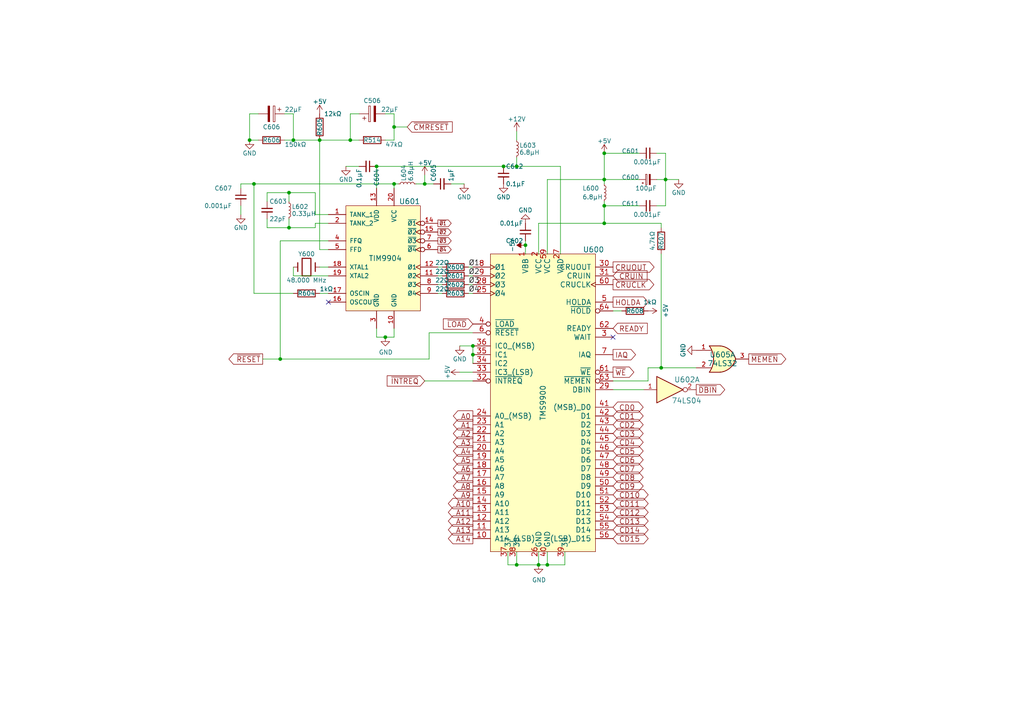
<source format=kicad_sch>
(kicad_sch (version 20211123) (generator eeschema)
  (paper "A4")
  (title_block (title "TI-99/4A") (date "2022-02-18") (rev "1.1") (company "Robert Krenicki - https://github.com/rkrenicki/TI99-Motherboard") (comment 1 "CPU and Clock Generator") (comment 3 "Based on the HackMac KiCAD Design"))
  (lib_symbols
    (symbol "74xx:74LS04"
      (property "Reference" "U" (at 0 1.27 0))
      (property "Value" "74LS04" (at 0 -1.27 0))
      (symbol "74LS04_1_0"
        (polyline (pts (xy -3.81 3.81) (xy -3.81 -3.81) (xy 3.81 0) (xy -3.81 3.81)) (stroke (width 0.254)) (fill (type background)))
        (pin input line (at -7.62 0 0) (length 3.81) (name "~") (number "1"))
        (pin output inverted (at 7.62 0 180) (length 3.81) (name "~") (number "2"))
      )
      (symbol "74LS04_2_0"
        (polyline (pts (xy -3.81 3.81) (xy -3.81 -3.81) (xy 3.81 0) (xy -3.81 3.81)) (stroke (width 0.254)) (fill (type background)))
        (pin input line (at -7.62 0 0) (length 3.81) (name "~") (number "3"))
        (pin output inverted (at 7.62 0 180) (length 3.81) (name "~") (number "4"))
      )
      (symbol "74LS04_3_0"
        (polyline (pts (xy -3.81 3.81) (xy -3.81 -3.81) (xy 3.81 0) (xy -3.81 3.81)) (stroke (width 0.254)) (fill (type background)))
        (pin input line (at -7.62 0 0) (length 3.81) (name "~") (number "5"))
        (pin output inverted (at 7.62 0 180) (length 3.81) (name "~") (number "6"))
      )
      (symbol "74LS04_4_0"
        (polyline (pts (xy -3.81 3.81) (xy -3.81 -3.81) (xy 3.81 0) (xy -3.81 3.81)) (stroke (width 0.254)) (fill (type background)))
        (pin output inverted (at 7.62 0 180) (length 3.81) (name "~") (number "8"))
        (pin input line (at -7.62 0 0) (length 3.81) (name "~") (number "9"))
      )
      (symbol "74LS04_5_0"
        (polyline (pts (xy -3.81 3.81) (xy -3.81 -3.81) (xy 3.81 0) (xy -3.81 3.81)) (stroke (width 0.254)) (fill (type background)))
        (pin output inverted (at 7.62 0 180) (length 3.81) (name "~") (number "10"))
        (pin input line (at -7.62 0 0) (length 3.81) (name "~") (number "11"))
      )
      (symbol "74LS04_6_0"
        (polyline (pts (xy -3.81 3.81) (xy -3.81 -3.81) (xy 3.81 0) (xy -3.81 3.81)) (stroke (width 0.254)) (fill (type background)))
        (pin output inverted (at 7.62 0 180) (length 3.81) (name "~") (number "12"))
        (pin input line (at -7.62 0 0) (length 3.81) (name "~") (number "13"))
      )
      (symbol "74LS04_7_0"
        (pin power_in line (at 0 12.7 270) (length 5.08) (name "VCC") (number "14"))
        (pin power_in line (at 0 -12.7 90) (length 5.08) (name "GND") (number "7"))
      )
      (symbol "74LS04_7_1"
        (rectangle (start -5.08 7.62) (end 5.08 -7.62) (stroke (width 0.254)) (fill (type background)))
      )
    )
    (symbol "74xx:74LS32" (pin_names (offset 1.016))
      (property "Reference" "U" (at 0 1.27 0))
      (property "Value" "74LS32" (at 0 -1.27 0))
      (symbol "74LS32_1_1"
        (arc (start -3.81 -3.81) (mid -2.589 0) (end -3.81 3.81) (stroke (width 0.254)))
        (arc (start -0.6096 -3.81) (mid 2.1855 -2.584) (end 3.81 0) (stroke (width 0.254)) (fill (type background)))
        (polyline (pts (xy -3.81 -3.81) (xy -0.635 -3.81)) (stroke (width 0.254)) (fill (type background)))
        (polyline (pts (xy -3.81 3.81) (xy -0.635 3.81)) (stroke (width 0.254)) (fill (type background)))
        (polyline (pts (xy -0.635 3.81) (xy -3.81 3.81) (xy -3.81 3.81) (xy -3.556 3.4036) (xy -3.0226 2.2606) (xy -2.6924 1.0414) (xy -2.6162 -0.254) (xy -2.7686 -1.4986) (xy -3.175 -2.7178) (xy -3.81 -3.81) (xy -3.81 -3.81) (xy -0.635 -3.81)) (stroke (width -25.4)) (fill (type background)))
        (arc (start 3.81 0) (mid 2.1928 2.5925) (end -0.6096 3.81) (stroke (width 0.254)) (fill (type background)))
        (pin input line (at -7.62 2.54 0) (length 4.318) (name "~") (number "1"))
        (pin input line (at -7.62 -2.54 0) (length 4.318) (name "~") (number "2"))
        (pin output line (at 7.62 0 180) (length 3.81) (name "~") (number "3"))
      )
      (symbol "74LS32_1_2"
        (arc (start 0 -3.81) (mid 3.81 0) (end 0 3.81) (stroke (width 0.254)) (fill (type background)))
        (polyline (pts (xy 0 3.81) (xy -3.81 3.81) (xy -3.81 -3.81) (xy 0 -3.81)) (stroke (width 0.254)) (fill (type background)))
        (pin input inverted (at -7.62 2.54 0) (length 3.81) (name "~") (number "1"))
        (pin input inverted (at -7.62 -2.54 0) (length 3.81) (name "~") (number "2"))
        (pin output inverted (at 7.62 0 180) (length 3.81) (name "~") (number "3"))
      )
      (symbol "74LS32_2_1"
        (arc (start -3.81 -3.81) (mid -2.589 0) (end -3.81 3.81) (stroke (width 0.254)))
        (arc (start -0.6096 -3.81) (mid 2.1855 -2.584) (end 3.81 0) (stroke (width 0.254)) (fill (type background)))
        (polyline (pts (xy -3.81 -3.81) (xy -0.635 -3.81)) (stroke (width 0.254)) (fill (type background)))
        (polyline (pts (xy -3.81 3.81) (xy -0.635 3.81)) (stroke (width 0.254)) (fill (type background)))
        (polyline (pts (xy -0.635 3.81) (xy -3.81 3.81) (xy -3.81 3.81) (xy -3.556 3.4036) (xy -3.0226 2.2606) (xy -2.6924 1.0414) (xy -2.6162 -0.254) (xy -2.7686 -1.4986) (xy -3.175 -2.7178) (xy -3.81 -3.81) (xy -3.81 -3.81) (xy -0.635 -3.81)) (stroke (width -25.4)) (fill (type background)))
        (arc (start 3.81 0) (mid 2.1928 2.5925) (end -0.6096 3.81) (stroke (width 0.254)) (fill (type background)))
        (pin input line (at -7.62 2.54 0) (length 4.318) (name "~") (number "4"))
        (pin input line (at -7.62 -2.54 0) (length 4.318) (name "~") (number "5"))
        (pin output line (at 7.62 0 180) (length 3.81) (name "~") (number "6"))
      )
      (symbol "74LS32_2_2"
        (arc (start 0 -3.81) (mid 3.81 0) (end 0 3.81) (stroke (width 0.254)) (fill (type background)))
        (polyline (pts (xy 0 3.81) (xy -3.81 3.81) (xy -3.81 -3.81) (xy 0 -3.81)) (stroke (width 0.254)) (fill (type background)))
        (pin input inverted (at -7.62 2.54 0) (length 3.81) (name "~") (number "4"))
        (pin input inverted (at -7.62 -2.54 0) (length 3.81) (name "~") (number "5"))
        (pin output inverted (at 7.62 0 180) (length 3.81) (name "~") (number "6"))
      )
      (symbol "74LS32_3_1"
        (arc (start -3.81 -3.81) (mid -2.589 0) (end -3.81 3.81) (stroke (width 0.254)))
        (arc (start -0.6096 -3.81) (mid 2.1855 -2.584) (end 3.81 0) (stroke (width 0.254)) (fill (type background)))
        (polyline (pts (xy -3.81 -3.81) (xy -0.635 -3.81)) (stroke (width 0.254)) (fill (type background)))
        (polyline (pts (xy -3.81 3.81) (xy -0.635 3.81)) (stroke (width 0.254)) (fill (type background)))
        (polyline (pts (xy -0.635 3.81) (xy -3.81 3.81) (xy -3.81 3.81) (xy -3.556 3.4036) (xy -3.0226 2.2606) (xy -2.6924 1.0414) (xy -2.6162 -0.254) (xy -2.7686 -1.4986) (xy -3.175 -2.7178) (xy -3.81 -3.81) (xy -3.81 -3.81) (xy -0.635 -3.81)) (stroke (width -25.4)) (fill (type background)))
        (arc (start 3.81 0) (mid 2.1928 2.5925) (end -0.6096 3.81) (stroke (width 0.254)) (fill (type background)))
        (pin input line (at -7.62 -2.54 0) (length 4.318) (name "~") (number "10"))
        (pin output line (at 7.62 0 180) (length 3.81) (name "~") (number "8"))
        (pin input line (at -7.62 2.54 0) (length 4.318) (name "~") (number "9"))
      )
      (symbol "74LS32_3_2"
        (arc (start 0 -3.81) (mid 3.81 0) (end 0 3.81) (stroke (width 0.254)) (fill (type background)))
        (polyline (pts (xy 0 3.81) (xy -3.81 3.81) (xy -3.81 -3.81) (xy 0 -3.81)) (stroke (width 0.254)) (fill (type background)))
        (pin input inverted (at -7.62 -2.54 0) (length 3.81) (name "~") (number "10"))
        (pin output inverted (at 7.62 0 180) (length 3.81) (name "~") (number "8"))
        (pin input inverted (at -7.62 2.54 0) (length 3.81) (name "~") (number "9"))
      )
      (symbol "74LS32_4_1"
        (arc (start -3.81 -3.81) (mid -2.589 0) (end -3.81 3.81) (stroke (width 0.254)))
        (arc (start -0.6096 -3.81) (mid 2.1855 -2.584) (end 3.81 0) (stroke (width 0.254)) (fill (type background)))
        (polyline (pts (xy -3.81 -3.81) (xy -0.635 -3.81)) (stroke (width 0.254)) (fill (type background)))
        (polyline (pts (xy -3.81 3.81) (xy -0.635 3.81)) (stroke (width 0.254)) (fill (type background)))
        (polyline (pts (xy -0.635 3.81) (xy -3.81 3.81) (xy -3.81 3.81) (xy -3.556 3.4036) (xy -3.0226 2.2606) (xy -2.6924 1.0414) (xy -2.6162 -0.254) (xy -2.7686 -1.4986) (xy -3.175 -2.7178) (xy -3.81 -3.81) (xy -3.81 -3.81) (xy -0.635 -3.81)) (stroke (width -25.4)) (fill (type background)))
        (arc (start 3.81 0) (mid 2.1928 2.5925) (end -0.6096 3.81) (stroke (width 0.254)) (fill (type background)))
        (pin output line (at 7.62 0 180) (length 3.81) (name "~") (number "11"))
        (pin input line (at -7.62 2.54 0) (length 4.318) (name "~") (number "12"))
        (pin input line (at -7.62 -2.54 0) (length 4.318) (name "~") (number "13"))
      )
      (symbol "74LS32_4_2"
        (arc (start 0 -3.81) (mid 3.81 0) (end 0 3.81) (stroke (width 0.254)) (fill (type background)))
        (polyline (pts (xy 0 3.81) (xy -3.81 3.81) (xy -3.81 -3.81) (xy 0 -3.81)) (stroke (width 0.254)) (fill (type background)))
        (pin output inverted (at 7.62 0 180) (length 3.81) (name "~") (number "11"))
        (pin input inverted (at -7.62 2.54 0) (length 3.81) (name "~") (number "12"))
        (pin input inverted (at -7.62 -2.54 0) (length 3.81) (name "~") (number "13"))
      )
      (symbol "74LS32_5_0"
        (pin power_in line (at 0 12.7 270) (length 5.08) (name "VCC") (number "14"))
        (pin power_in line (at 0 -12.7 90) (length 5.08) (name "GND") (number "7"))
      )
      (symbol "74LS32_5_1"
        (rectangle (start -5.08 7.62) (end 5.08 -7.62) (stroke (width 0.254)) (fill (type background)))
      )
    )
    (symbol "Console-rescue:+12V" (power) (pin_names (offset 0))
      (property "Value" "+12V" (at 0 3.556 0))
      (symbol "+12V_0_1"
        (polyline (pts (xy -0.762 1.27) (xy 0 2.54)))
        (polyline (pts (xy 0 0) (xy 0 2.54)))
        (polyline (pts (xy 0 2.54) (xy 0.762 1.27)))
      )
      (symbol "+12V_1_1"
        (pin power_in line (at 0 0 90) (length 0) hide (name "+12V") (number "1"))
      )
    )
    (symbol "Console-rescue:+5V" (power) (pin_names (offset 0))
      (property "Value" "+5V" (at 0 3.556 0))
      (symbol "+5V_0_1"
        (polyline (pts (xy -0.762 1.27) (xy 0 2.54)))
        (polyline (pts (xy 0 0) (xy 0 2.54)))
        (polyline (pts (xy 0 2.54) (xy 0.762 1.27)))
      )
      (symbol "+5V_1_1"
        (pin power_in line (at 0 0 90) (length 0) hide (name "+5V") (number "1"))
      )
    )
    (symbol "Console-rescue:-5V" (power) (pin_names (offset 0))
      (property "Value" "-5V" (at 0 3.81 0))
      (symbol "-5V_0_0"
        (pin power_in line (at 0 0 90) (length 0) hide (name "-5V") (number "1"))
      )
      (symbol "-5V_0_1"
        (polyline (pts (xy 0 0) (xy 0 1.27) (xy 0.762 1.27) (xy 0 2.54) (xy -0.762 1.27) (xy 0 1.27)) (fill (type outline)))
      )
    )
    (symbol "Console-rescue:Crystal" (pin_numbers hide) (pin_names (offset 1.016) hide)
      (property "Reference" "Y" (at 0 3.81 0))
      (property "Value" "Crystal" (at 0 -3.81 0))
      (symbol "Crystal_0_1"
        (rectangle (start -1.27 2.54) (end 1.27 -2.54) (stroke (width 0.3048)))
        (polyline (pts (xy -2.54 -1.27) (xy -2.54 1.27)) (stroke (width 0.3048)))
        (polyline (pts (xy 2.54 -1.27) (xy 2.54 1.27)) (stroke (width 0.3048)))
      )
      (symbol "Crystal_1_1"
        (pin passive line (at -3.81 0 0) (length 1.27) (name "1") (number "1"))
        (pin passive line (at 3.81 0 180) (length 1.27) (name "2") (number "2"))
      )
    )
    (symbol "Console-rescue:GND" (power) (pin_names (offset 0))
      (property "Value" "GND" (at 0 -3.81 0))
      (symbol "GND_0_1"
        (polyline (pts (xy 0 0) (xy 0 -1.27) (xy 1.27 -1.27) (xy 0 -2.54) (xy -1.27 -1.27) (xy 0 -1.27)))
      )
      (symbol "GND_1_1"
        (pin power_in line (at 0 0 270) (length 0) hide (name "GND") (number "1"))
      )
    )
    (symbol "Console-rescue:L_Small" (pin_numbers hide) (pin_names (offset 0.254) hide)
      (property "Reference" "L" (at 0.762 1.016 0))
      (property "Value" "L_Small" (at 0.762 -1.016 0))
      (symbol "L_Small_0_1"
        (arc (start 0 -2.032) (mid 0.508 -1.524) (end 0 -1.016))
        (arc (start 0 -1.016) (mid 0.508 -0.508) (end 0 0))
        (arc (start 0 0) (mid 0.508 0.508) (end 0 1.016))
        (arc (start 0 1.016) (mid 0.508 1.524) (end 0 2.032))
      )
      (symbol "L_Small_1_1"
        (pin passive line (at 0 2.54 270) (length 0.508) (name "~") (number "1"))
        (pin passive line (at 0 -2.54 90) (length 0.508) (name "~") (number "2"))
      )
    )
    (symbol "Console-rescue:R" (pin_numbers hide) (pin_names (offset 0))
      (property "Reference" "R" (at 2.032 0 90))
      (property "Value" "R" (at 0 0 90))
      (symbol "R_0_1"
        (rectangle (start -1.016 -2.54) (end 1.016 2.54) (stroke (width 0.254)))
      )
      (symbol "R_1_1"
        (pin passive line (at 0 3.81 270) (length 1.27) (name "~") (number "1"))
        (pin passive line (at 0 -3.81 90) (length 1.27) (name "~") (number "2"))
      )
    )
    (symbol "Device:CP" (pin_numbers hide) (pin_names (offset 0.254))
      (property "Reference" "C" (at 0.635 2.54 0))
      (property "Value" "Device_CP" (at 0.635 -2.54 0))
      (symbol "CP_0_1"
        (rectangle (start -2.286 0.508) (end 2.286 1.016))
        (polyline (pts (xy -1.778 2.286) (xy -0.762 2.286)))
        (polyline (pts (xy -1.27 2.794) (xy -1.27 1.778)))
        (rectangle (start 2.286 -0.508) (end -2.286 -1.016) (fill (type outline)))
      )
      (symbol "CP_1_1"
        (pin passive line (at 0 3.81 270) (length 2.794) (name "~") (number "1"))
        (pin passive line (at 0 -3.81 90) (length 2.794) (name "~") (number "2"))
      )
    )
    (symbol "Device:CP_Small" (pin_numbers hide) (pin_names (offset 0.254) hide)
      (property "Reference" "C" (at 0.254 1.778 0))
      (property "Value" "Device_CP_Small" (at 0.254 -2.032 0))
      (symbol "CP_Small_0_1"
        (rectangle (start -1.524 -0.3048) (end 1.524 -0.6858) (fill (type outline)))
        (rectangle (start -1.524 0.6858) (end 1.524 0.3048))
        (polyline (pts (xy -1.27 1.524) (xy -0.762 1.524)))
        (polyline (pts (xy -1.016 1.27) (xy -1.016 1.778)))
      )
      (symbol "CP_Small_1_1"
        (pin passive line (at 0 2.54 270) (length 1.8542) (name "~") (number "1"))
        (pin passive line (at 0 -2.54 90) (length 1.8542) (name "~") (number "2"))
      )
    )
    (symbol "TI-Customs:C_Small" (pin_numbers hide) (pin_names (offset 0.254) hide)
      (property "Reference" "C" (at 0.254 1.778 0))
      (property "Value" "C_Small" (at 0.254 -2.032 0))
      (symbol "C_Small_0_1"
        (polyline (pts (xy -1.524 -0.508) (xy 1.524 -0.508)) (stroke (width 0.3302)))
        (polyline (pts (xy -1.524 0.508) (xy 1.524 0.508)) (stroke (width 0.3048)))
      )
      (symbol "C_Small_1_1"
        (pin passive line (at 0 2.54 270) (length 1.905) (name "~") (number "1"))
        (pin passive line (at 0 -2.54 90) (length 2.032) (name "~") (number "2"))
      )
    )
    (symbol "TI-Customs:TIM9904" (pin_names (offset 1.016))
      (property "Reference" "U" (at 10.16 16.51 0))
      (property "Value" "TIM9904" (at 0 0 0))
      (symbol "TIM9904_0_1"
        (rectangle (start -11.43 15.24) (end 10.16 -15.24) (fill (type background)))
      )
      (symbol "TIM9904_1_1"
        (pin input line (at -16.51 12.7 0) (length 5.08) (name "TANK_1") (number "1"))
        (pin power_in line (at 2.54 -20.32 90) (length 5.08) (name "GND") (number "10"))
        (pin output clock (at 15.24 -5.08 180) (length 5.08) (name "Ø2") (number "11"))
        (pin output clock (at 15.24 -2.54 180) (length 5.08) (name "Ø1") (number "12"))
        (pin power_in line (at -2.54 20.32 270) (length 5.08) (name "VDD") (number "13"))
        (pin output inverted_clock (at 15.24 10.16 180) (length 5.08) (name "~{Ø1}") (number "14"))
        (pin output inverted_clock (at 15.24 7.62 180) (length 5.08) (name "~{Ø2}") (number "15"))
        (pin output line (at -16.51 -12.7 0) (length 5.08) (name "OSCOUT") (number "16"))
        (pin output line (at -16.51 -10.16 0) (length 5.08) (name "OSCIN") (number "17"))
        (pin input line (at -16.51 -2.54 0) (length 5.08) (name "XTAL1") (number "18"))
        (pin input line (at -16.51 -5.08 0) (length 5.08) (name "XTAL2") (number "19"))
        (pin input line (at -16.51 10.16 0) (length 5.08) (name "TANK_2") (number "2"))
        (pin power_in line (at 2.54 20.32 270) (length 5.08) (name "VCC") (number "20"))
        (pin power_in line (at -2.54 -20.32 90) (length 5.08) (name "GND") (number "3"))
        (pin output line (at -16.51 5.08 0) (length 5.08) (name "FFQ") (number "4"))
        (pin input line (at -16.51 2.54 0) (length 5.08) (name "FFD") (number "5"))
        (pin output inverted_clock (at 15.24 2.54 180) (length 5.08) (name "~{Ø4}") (number "6"))
        (pin output inverted_clock (at 15.24 5.08 180) (length 5.08) (name "~{Ø3}") (number "7"))
        (pin output clock (at 15.24 -7.62 180) (length 5.08) (name "Ø3") (number "8"))
        (pin output clock (at 15.24 -10.16 180) (length 5.08) (name "Ø4") (number "9"))
      )
    )
    (symbol "TI-Customs:TMS9900" (pin_names (offset 1.2192))
      (property "Reference" "U" (at 15.24 44.45 0))
      (property "Value" "TMS9900" (at 0 0 90))
      (symbol "TMS9900_1_0"
        (rectangle (start -15.24 43.18) (end 15.24 -43.18) (fill (type background)))
      )
      (symbol "TMS9900_1_1"
        (pin power_in line (at -5.08 43.18 270) (length 0) (name "VBB") (number "1"))
        (pin tri_state line (at -20.32 -39.37 0) (length 5.08) (name "A14_(LSB)") (number "10"))
        (pin tri_state line (at -20.32 -36.83 0) (length 5.08) (name "A13") (number "11"))
        (pin tri_state line (at -20.32 -34.29 0) (length 5.08) (name "A12") (number "12"))
        (pin tri_state line (at -20.32 -31.75 0) (length 5.08) (name "A11") (number "13"))
        (pin tri_state line (at -20.32 -29.21 0) (length 5.08) (name "A10") (number "14"))
        (pin tri_state line (at -20.32 -26.67 0) (length 5.08) (name "A9") (number "15"))
        (pin tri_state line (at -20.32 -24.13 0) (length 5.08) (name "A8") (number "16"))
        (pin tri_state line (at -20.32 -21.59 0) (length 5.08) (name "A7") (number "17"))
        (pin tri_state line (at -20.32 -19.05 0) (length 5.08) (name "A6") (number "18"))
        (pin tri_state line (at -20.32 -16.51 0) (length 5.08) (name "A5") (number "19"))
        (pin power_in line (at -1.27 43.18 270) (length 0) (name "VCC") (number "2"))
        (pin tri_state line (at -20.32 -13.97 0) (length 5.08) (name "A4") (number "20"))
        (pin tri_state line (at -20.32 -11.43 0) (length 5.08) (name "A3") (number "21"))
        (pin tri_state line (at -20.32 -8.89 0) (length 5.08) (name "A2") (number "22"))
        (pin tri_state line (at -20.32 -6.35 0) (length 5.08) (name "A1") (number "23"))
        (pin tri_state line (at -20.32 -3.81 0) (length 5.08) (name "A0_(MSB)") (number "24"))
        (pin input clock (at -20.32 31.75 0) (length 5.08) (name "Ø4") (number "25"))
        (pin power_in line (at -1.27 -43.18 90) (length 0) (name "GND") (number "26"))
        (pin power_in line (at 5.08 43.18 270) (length 0) (name "VDD") (number "27"))
        (pin input clock (at -20.32 34.29 0) (length 5.08) (name "Ø3") (number "28"))
        (pin output line (at 20.32 3.81 180) (length 5.08) (name "DBIN") (number "29"))
        (pin output line (at 20.32 19.05 180) (length 5.08) (name "WAIT") (number "3"))
        (pin output line (at 20.32 39.37 180) (length 5.08) (name "CRUOUT") (number "30"))
        (pin input line (at 20.32 36.83 180) (length 5.08) (name "CRUIN") (number "31"))
        (pin input inverted (at -20.32 6.35 0) (length 5.08) (name "~{INTREQ}") (number "32"))
        (pin input line (at -20.32 8.89 0) (length 5.08) (name "IC3_(LSB)") (number "33"))
        (pin input line (at -20.32 11.43 0) (length 5.08) (name "IC2") (number "34"))
        (pin input line (at -20.32 13.97 0) (length 5.08) (name "IC1") (number "35"))
        (pin input line (at -20.32 16.51 0) (length 5.08) (name "IC0_(MSB)") (number "36"))
        (pin input line (at -10.16 -43.18 90) (length 0) (name "37") (number "37"))
        (pin input line (at -7.62 -43.18 90) (length 0) (name "38") (number "38"))
        (pin input line (at 6.35 -43.18 90) (length 0) (name "39") (number "39"))
        (pin input inverted (at -20.32 22.86 0) (length 5.08) (name "~{LOAD}") (number "4"))
        (pin power_in line (at 1.27 -43.18 90) (length 0) (name "GND") (number "40"))
        (pin tri_state line (at 20.32 -1.27 180) (length 5.08) (name "(MSB)_D0") (number "41"))
        (pin tri_state line (at 20.32 -3.81 180) (length 5.08) (name "D1") (number "42"))
        (pin tri_state line (at 20.32 -6.35 180) (length 5.08) (name "D2") (number "43"))
        (pin tri_state line (at 20.32 -8.89 180) (length 5.08) (name "D3") (number "44"))
        (pin tri_state line (at 20.32 -11.43 180) (length 5.08) (name "D4") (number "45"))
        (pin tri_state line (at 20.32 -13.97 180) (length 5.08) (name "D5") (number "46"))
        (pin tri_state line (at 20.32 -16.51 180) (length 5.08) (name "D6") (number "47"))
        (pin tri_state line (at 20.32 -19.05 180) (length 5.08) (name "D7") (number "48"))
        (pin tri_state line (at 20.32 -21.59 180) (length 5.08) (name "D8") (number "49"))
        (pin output line (at 20.32 29.21 180) (length 5.08) (name "HOLDA") (number "5"))
        (pin tri_state line (at 20.32 -24.13 180) (length 5.08) (name "D9") (number "50"))
        (pin tri_state line (at 20.32 -26.67 180) (length 5.08) (name "D10") (number "51"))
        (pin tri_state line (at 20.32 -29.21 180) (length 5.08) (name "D11") (number "52"))
        (pin tri_state line (at 20.32 -31.75 180) (length 5.08) (name "D12") (number "53"))
        (pin tri_state line (at 20.32 -34.29 180) (length 5.08) (name "D13") (number "54"))
        (pin tri_state line (at 20.32 -36.83 180) (length 5.08) (name "D14") (number "55"))
        (pin tri_state line (at 20.32 -39.37 180) (length 5.08) (name "(LSB)_D15") (number "56"))
        (pin power_in line (at 1.27 43.18 270) (length 0) (name "VCC") (number "59"))
        (pin input inverted (at -20.32 20.32 0) (length 5.08) (name "~{RESET}") (number "6"))
        (pin output clock (at 20.32 34.29 180) (length 5.08) (name "CRUCLK") (number "60"))
        (pin output inverted (at 20.32 8.89 180) (length 5.08) (name "~{WE}") (number "61"))
        (pin input line (at 20.32 21.59 180) (length 5.08) (name "READY") (number "62"))
        (pin output inverted (at 20.32 6.35 180) (length 5.08) (name "~{MEMEN}") (number "63"))
        (pin input inverted (at 20.32 26.67 180) (length 5.08) (name "~{HOLD}") (number "64"))
        (pin output line (at 20.32 13.97 180) (length 5.08) (name "IAQ") (number "7"))
        (pin input clock (at -20.32 39.37 0) (length 5.08) (name "Ø1") (number "8"))
        (pin input clock (at -20.32 36.83 0) (length 5.08) (name "Ø2") (number "9"))
      )
    )
  )
  (junction (at 123.19 53.34))
  (junction (at 156.21 163.83))
  (junction (at 73.66 53.34))
  (junction (at 152.4 71.12))
  (junction (at 149.86 48.26))
  (junction (at 175.26 44.45))
  (junction (at 146.05 48.26))
  (junction (at 72.39 40.64))
  (junction (at 193.04 52.07))
  (junction (at 109.22 48.26))
  (junction (at 158.75 163.83))
  (junction (at 137.16 102.87))
  (junction (at 175.26 64.77))
  (junction (at 101.6 40.64))
  (junction (at 92.71 40.64))
  (junction (at 111.76 97.79))
  (junction (at 81.28 104.14))
  (junction (at 175.26 59.69))
  (junction (at 137.16 100.33))
  (junction (at 83.82 66.04))
  (junction (at 114.3 36.83))
  (junction (at 114.3 53.34))
  (junction (at 149.86 163.83))
  (junction (at 85.09 40.64))
  (junction (at 83.82 55.88))
  (junction (at 191.77 106.68))
  (junction (at 175.26 52.07))
  (no_connect (at 177.8 97.79))
  (no_connect (at 95.25 87.63))
  (wire (pts (xy 76.2 104.14) (xy 81.28 104.14)))
  (wire (pts (xy 149.86 48.26) (xy 162.56 48.26)))
  (wire (pts (xy 193.04 59.69) (xy 190.5 59.69)))
  (wire (pts (xy 152.4 69.85) (xy 152.4 71.12)))
  (wire (pts (xy 149.86 40.64) (xy 149.86 38.1)))
  (wire (pts (xy 137.16 102.87) (xy 137.16 105.41)))
  (wire (pts (xy 185.42 44.45) (xy 175.26 44.45)))
  (wire (pts (xy 149.86 163.83) (xy 156.21 163.83)))
  (wire (pts (xy 135.89 80.01) (xy 137.16 80.01)))
  (wire (pts (xy 83.82 55.88) (xy 91.44 55.88)))
  (wire (pts (xy 135.89 77.47) (xy 137.16 77.47)))
  (wire (pts (xy 156.21 160.02) (xy 156.21 163.83)))
  (wire (pts (xy 109.22 48.26) (xy 146.05 48.26)))
  (wire (pts (xy 124.46 96.52) (xy 124.46 104.14)))
  (wire (pts (xy 118.11 36.83) (xy 114.3 36.83)))
  (wire (pts (xy 114.3 53.34) (xy 115.57 53.34)))
  (wire (pts (xy 69.85 53.34) (xy 69.85 54.61)))
  (wire (pts (xy 91.44 64.77) (xy 91.44 66.04)))
  (wire (pts (xy 135.89 85.09) (xy 137.16 85.09)))
  (wire (pts (xy 175.26 52.07) (xy 175.26 53.34)))
  (wire (pts (xy 73.66 85.09) (xy 85.09 85.09)))
  (wire (pts (xy 114.3 97.79) (xy 114.3 95.25)))
  (wire (pts (xy 191.77 106.68) (xy 201.93 106.68)))
  (wire (pts (xy 193.04 44.45) (xy 193.04 52.07)))
  (wire (pts (xy 177.8 113.03) (xy 186.69 113.03)))
  (wire (pts (xy 92.71 77.47) (xy 95.25 77.47)))
  (wire (pts (xy 114.3 40.64) (xy 111.76 40.64)))
  (wire (pts (xy 156.21 163.83) (xy 158.75 163.83)))
  (wire (pts (xy 175.26 44.45) (xy 175.26 52.07)))
  (wire (pts (xy 193.04 52.07) (xy 190.5 52.07)))
  (wire (pts (xy 114.3 54.61) (xy 114.3 53.34)))
  (wire (pts (xy 83.82 66.04) (xy 91.44 66.04)))
  (wire (pts (xy 81.28 69.85) (xy 95.25 69.85)))
  (wire (pts (xy 92.71 40.64) (xy 101.6 40.64)))
  (wire (pts (xy 83.82 55.88) (xy 83.82 58.42)))
  (wire (pts (xy 177.8 90.17) (xy 180.34 90.17)))
  (wire (pts (xy 101.6 40.64) (xy 104.14 40.64)))
  (wire (pts (xy 130.81 53.34) (xy 134.62 53.34)))
  (wire (pts (xy 82.55 40.64) (xy 85.09 40.64)))
  (wire (pts (xy 123.19 53.34) (xy 125.73 53.34)))
  (wire (pts (xy 69.85 53.34) (xy 73.66 53.34)))
  (wire (pts (xy 152.4 71.12) (xy 152.4 73.66)))
  (wire (pts (xy 135.89 82.55) (xy 137.16 82.55)))
  (wire (pts (xy 85.09 33.02) (xy 85.09 40.64)))
  (wire (pts (xy 73.66 53.34) (xy 114.3 53.34)))
  (wire (pts (xy 175.26 59.69) (xy 175.26 64.77)))
  (wire (pts (xy 77.47 55.88) (xy 83.82 55.88)))
  (wire (pts (xy 85.09 40.64) (xy 92.71 40.64)))
  (wire (pts (xy 187.96 106.68) (xy 191.77 106.68)))
  (wire (pts (xy 123.19 53.34) (xy 123.19 50.8)))
  (wire (pts (xy 193.04 52.07) (xy 196.85 52.07)))
  (wire (pts (xy 175.26 64.77) (xy 191.77 64.77)))
  (wire (pts (xy 146.05 48.26) (xy 149.86 48.26)))
  (wire (pts (xy 91.44 55.88) (xy 91.44 62.23)))
  (wire (pts (xy 104.14 33.02) (xy 101.6 33.02)))
  (wire (pts (xy 72.39 33.02) (xy 72.39 40.64)))
  (wire (pts (xy 163.83 163.83) (xy 163.83 160.02)))
  (wire (pts (xy 127 85.09) (xy 128.27 85.09)))
  (wire (pts (xy 124.46 96.52) (xy 137.16 96.52)))
  (wire (pts (xy 120.65 53.34) (xy 123.19 53.34)))
  (wire (pts (xy 193.04 52.07) (xy 193.04 59.69)))
  (wire (pts (xy 111.76 97.79) (xy 114.3 97.79)))
  (wire (pts (xy 158.75 160.02) (xy 158.75 163.83)))
  (wire (pts (xy 92.71 40.64) (xy 92.71 72.39)))
  (wire (pts (xy 114.3 36.83) (xy 114.3 40.64)))
  (wire (pts (xy 85.09 77.47) (xy 85.09 80.01)))
  (wire (pts (xy 190.5 44.45) (xy 193.04 44.45)))
  (wire (pts (xy 77.47 63.5) (xy 77.47 66.04)))
  (wire (pts (xy 137.16 110.49) (xy 123.19 110.49)))
  (wire (pts (xy 82.55 33.02) (xy 85.09 33.02)))
  (wire (pts (xy 104.14 48.26) (xy 100.33 48.26)))
  (wire (pts (xy 83.82 63.5) (xy 83.82 66.04)))
  (wire (pts (xy 85.09 80.01) (xy 95.25 80.01)))
  (wire (pts (xy 127 80.01) (xy 128.27 80.01)))
  (wire (pts (xy 191.77 73.66) (xy 191.77 106.68)))
  (wire (pts (xy 91.44 62.23) (xy 95.25 62.23)))
  (wire (pts (xy 77.47 66.04) (xy 83.82 66.04)))
  (wire (pts (xy 149.86 48.26) (xy 149.86 45.72)))
  (wire (pts (xy 111.76 97.79) (xy 109.22 97.79)))
  (wire (pts (xy 162.56 73.66) (xy 162.56 48.26)))
  (wire (pts (xy 147.32 163.83) (xy 149.86 163.83)))
  (wire (pts (xy 69.85 59.69) (xy 69.85 62.23)))
  (wire (pts (xy 109.22 48.26) (xy 109.22 54.61)))
  (wire (pts (xy 156.21 73.66) (xy 156.21 64.77)))
  (wire (pts (xy 185.42 52.07) (xy 175.26 52.07)))
  (wire (pts (xy 158.75 52.07) (xy 175.26 52.07)))
  (wire (pts (xy 175.26 59.69) (xy 185.42 59.69)))
  (wire (pts (xy 74.93 33.02) (xy 72.39 33.02)))
  (wire (pts (xy 81.28 69.85) (xy 81.28 104.14)))
  (wire (pts (xy 158.75 163.83) (xy 163.83 163.83)))
  (wire (pts (xy 147.32 160.02) (xy 147.32 163.83)))
  (wire (pts (xy 187.96 110.49) (xy 187.96 106.68)))
  (wire (pts (xy 109.22 97.79) (xy 109.22 95.25)))
  (wire (pts (xy 72.39 40.64) (xy 74.93 40.64)))
  (wire (pts (xy 73.66 53.34) (xy 73.66 85.09)))
  (wire (pts (xy 175.26 58.42) (xy 175.26 59.69)))
  (wire (pts (xy 156.21 64.77) (xy 175.26 64.77)))
  (wire (pts (xy 149.86 160.02) (xy 149.86 163.83)))
  (wire (pts (xy 158.75 52.07) (xy 158.75 73.66)))
  (wire (pts (xy 177.8 110.49) (xy 187.96 110.49)))
  (wire (pts (xy 114.3 33.02) (xy 114.3 36.83)))
  (wire (pts (xy 77.47 55.88) (xy 77.47 58.42)))
  (wire (pts (xy 92.71 72.39) (xy 95.25 72.39)))
  (wire (pts (xy 127 77.47) (xy 128.27 77.47)))
  (wire (pts (xy 133.35 100.33) (xy 137.16 100.33)))
  (wire (pts (xy 101.6 33.02) (xy 101.6 40.64)))
  (wire (pts (xy 191.77 64.77) (xy 191.77 66.04)))
  (wire (pts (xy 111.76 33.02) (xy 114.3 33.02)))
  (wire (pts (xy 133.35 107.95) (xy 137.16 107.95)))
  (wire (pts (xy 92.71 85.09) (xy 95.25 85.09)))
  (wire (pts (xy 124.46 104.14) (xy 81.28 104.14)))
  (wire (pts (xy 95.25 64.77) (xy 91.44 64.77)))
  (wire (pts (xy 127 82.55) (xy 128.27 82.55)))
  (wire (pts (xy 137.16 100.33) (xy 137.16 102.87)))
  (label "Ø2" (at 135.89 80.01 0) (effects (font (size 1.524 1.524))))
  (label "Ø3" (at 135.89 82.55 0) (effects (font (size 1.524 1.524))))
  (label "Ø4" (at 135.89 85.09 0) (effects (font (size 1.524 1.524))))
  (label "Ø1" (at 135.89 77.47 0) (effects (font (size 1.524 1.524))))
  (global_label "CD6" (shape bidirectional) (at 177.8 133.35 0) (effects (font (size 1.524 1.524))) (property "Intersheet References" "${INTERSHEET_REFS}" (effects hide)))
  (global_label "CD3" (shape bidirectional) (at 177.8 125.73 0) (effects (font (size 1.524 1.524))) (property "Intersheet References" "${INTERSHEET_REFS}" (effects hide)))
  (global_label "IAQ" (shape output) (at 177.8 102.87 0) (effects (font (size 1.524 1.524))) (property "Intersheet References" "${INTERSHEET_REFS}" (effects hide)))
  (global_label "CD4" (shape bidirectional) (at 177.8 128.27 0) (effects (font (size 1.524 1.524))) (property "Intersheet References" "${INTERSHEET_REFS}" (effects hide)))
  (global_label "~{RESET}" (shape output) (at 76.2 104.14 180) (effects (font (size 1.524 1.524))) (property "Intersheet References" "${INTERSHEET_REFS}" (effects hide)))
  (global_label "A11" (shape output) (at 137.16 148.59 180) (effects (font (size 1.524 1.524))) (property "Intersheet References" "${INTERSHEET_REFS}" (effects hide)))
  (global_label "A1" (shape output) (at 137.16 123.19 180) (effects (font (size 1.524 1.524))) (property "Intersheet References" "${INTERSHEET_REFS}" (effects hide)))
  (global_label "A13" (shape output) (at 137.16 153.67 180) (effects (font (size 1.524 1.524))) (property "Intersheet References" "${INTERSHEET_REFS}" (effects hide)))
  (global_label "CD0" (shape bidirectional) (at 177.8 118.11 0) (effects (font (size 1.524 1.524))) (property "Intersheet References" "${INTERSHEET_REFS}" (effects hide)))
  (global_label "A7" (shape output) (at 137.16 138.43 180) (effects (font (size 1.524 1.524))) (property "Intersheet References" "${INTERSHEET_REFS}" (effects hide)))
  (global_label "CD2" (shape bidirectional) (at 177.8 123.19 0) (effects (font (size 1.524 1.524))) (property "Intersheet References" "${INTERSHEET_REFS}" (effects hide)))
  (global_label "A8" (shape output) (at 137.16 140.97 180) (effects (font (size 1.524 1.524))) (property "Intersheet References" "${INTERSHEET_REFS}" (effects hide)))
  (global_label "~{Ø2}" (shape output) (at 127 67.31 0) (effects (font (size 0.9906 0.9906))) (property "Intersheet References" "${INTERSHEET_REFS}" (effects hide)))
  (global_label "A2" (shape output) (at 137.16 125.73 180) (effects (font (size 1.524 1.524))) (property "Intersheet References" "${INTERSHEET_REFS}" (effects hide)))
  (global_label "A4" (shape output) (at 137.16 130.81 180) (effects (font (size 1.524 1.524))) (property "Intersheet References" "${INTERSHEET_REFS}" (effects hide)))
  (global_label "A9" (shape output) (at 137.16 143.51 180) (effects (font (size 1.524 1.524))) (property "Intersheet References" "${INTERSHEET_REFS}" (effects hide)))
  (global_label "A5" (shape output) (at 137.16 133.35 180) (effects (font (size 1.524 1.524))) (property "Intersheet References" "${INTERSHEET_REFS}" (effects hide)))
  (global_label "CRUOUT" (shape output) (at 177.8 77.47 0) (effects (font (size 1.524 1.524))) (property "Intersheet References" "${INTERSHEET_REFS}" (effects hide)))
  (global_label "CD5" (shape bidirectional) (at 177.8 130.81 0) (effects (font (size 1.524 1.524))) (property "Intersheet References" "${INTERSHEET_REFS}" (effects hide)))
  (global_label "A12" (shape output) (at 137.16 151.13 180) (effects (font (size 1.524 1.524))) (property "Intersheet References" "${INTERSHEET_REFS}" (effects hide)))
  (global_label "CD8" (shape bidirectional) (at 177.8 138.43 0) (effects (font (size 1.524 1.524))) (property "Intersheet References" "${INTERSHEET_REFS}" (effects hide)))
  (global_label "~{INTREQ}" (shape input) (at 123.19 110.49 180) (effects (font (size 1.524 1.524))) (property "Intersheet References" "${INTERSHEET_REFS}" (effects hide)))
  (global_label "~{Ø3}" (shape output) (at 127 69.85 0) (effects (font (size 0.9906 0.9906))) (property "Intersheet References" "${INTERSHEET_REFS}" (effects hide)))
  (global_label "~{Ø1}" (shape output) (at 127 64.77 0) (effects (font (size 0.9906 0.9906))) (property "Intersheet References" "${INTERSHEET_REFS}" (effects hide)))
  (global_label "A3" (shape output) (at 137.16 128.27 180) (effects (font (size 1.524 1.524))) (property "Intersheet References" "${INTERSHEET_REFS}" (effects hide)))
  (global_label "CD10" (shape bidirectional) (at 177.8 143.51 0) (effects (font (size 1.524 1.524))) (property "Intersheet References" "${INTERSHEET_REFS}" (effects hide)))
  (global_label "A0" (shape output) (at 137.16 120.65 180) (effects (font (size 1.524 1.524))) (property "Intersheet References" "${INTERSHEET_REFS}" (effects hide)))
  (global_label "~{Ø4}" (shape output) (at 127 72.39 0) (effects (font (size 0.9906 0.9906))) (property "Intersheet References" "${INTERSHEET_REFS}" (effects hide)))
  (global_label "CD14" (shape bidirectional) (at 177.8 153.67 0) (effects (font (size 1.524 1.524))) (property "Intersheet References" "${INTERSHEET_REFS}" (effects hide)))
  (global_label "CRUCLK" (shape output) (at 177.8 82.55 0) (effects (font (size 1.524 1.524))) (property "Intersheet References" "${INTERSHEET_REFS}" (effects hide)))
  (global_label "CD9" (shape bidirectional) (at 177.8 140.97 0) (effects (font (size 1.524 1.524))) (property "Intersheet References" "${INTERSHEET_REFS}" (effects hide)))
  (global_label "CD11" (shape bidirectional) (at 177.8 146.05 0) (effects (font (size 1.524 1.524))) (property "Intersheet References" "${INTERSHEET_REFS}" (effects hide)))
  (global_label "HOLDA" (shape output) (at 177.8 87.63 0) (effects (font (size 1.524 1.524))) (property "Intersheet References" "${INTERSHEET_REFS}" (effects hide)))
  (global_label "CD12" (shape bidirectional) (at 177.8 148.59 0) (effects (font (size 1.524 1.524))) (property "Intersheet References" "${INTERSHEET_REFS}" (effects hide)))
  (global_label "CD15" (shape bidirectional) (at 177.8 156.21 0) (effects (font (size 1.524 1.524))) (property "Intersheet References" "${INTERSHEET_REFS}" (effects hide)))
  (global_label "A6" (shape output) (at 137.16 135.89 180) (effects (font (size 1.524 1.524))) (property "Intersheet References" "${INTERSHEET_REFS}" (effects hide)))
  (global_label "~{MEMEN}" (shape output) (at 217.17 104.14 0) (effects (font (size 1.524 1.524))) (property "Intersheet References" "${INTERSHEET_REFS}" (effects hide)))
  (global_label "~{DBIN}" (shape output) (at 201.93 113.03 0) (effects (font (size 1.524 1.524))) (property "Intersheet References" "${INTERSHEET_REFS}" (effects hide)))
  (global_label "A14" (shape output) (at 137.16 156.21 180) (effects (font (size 1.524 1.524))) (property "Intersheet References" "${INTERSHEET_REFS}" (effects hide)))
  (global_label "CRUIN" (shape input) (at 177.8 80.01 0) (effects (font (size 1.524 1.524))) (property "Intersheet References" "${INTERSHEET_REFS}" (effects hide)))
  (global_label "READY" (shape input) (at 177.8 95.25 0) (effects (font (size 1.524 1.524))) (property "Intersheet References" "${INTERSHEET_REFS}" (effects hide)))
  (global_label "CD1" (shape bidirectional) (at 177.8 120.65 0) (effects (font (size 1.524 1.524))) (property "Intersheet References" "${INTERSHEET_REFS}" (effects hide)))
  (global_label "CD7" (shape bidirectional) (at 177.8 135.89 0) (effects (font (size 1.524 1.524))) (property "Intersheet References" "${INTERSHEET_REFS}" (effects hide)))
  (global_label "~{WE}" (shape output) (at 177.8 107.95 0) (effects (font (size 1.524 1.524))) (property "Intersheet References" "${INTERSHEET_REFS}" (effects hide)))
  (global_label "~{CMRESET}" (shape input) (at 118.11 36.83 0) (effects (font (size 1.524 1.524))) (property "Intersheet References" "${INTERSHEET_REFS}" (effects hide)))
  (global_label "~{LOAD}" (shape input) (at 137.16 93.98 180) (effects (font (size 1.524 1.524))) (property "Intersheet References" "${INTERSHEET_REFS}" (effects hide)))
  (global_label "CD13" (shape bidirectional) (at 177.8 151.13 0) (effects (font (size 1.524 1.524))) (property "Intersheet References" "${INTERSHEET_REFS}" (effects hide)))
  (global_label "A10" (shape output) (at 137.16 146.05 180) (effects (font (size 1.524 1.524))) (property "Intersheet References" "${INTERSHEET_REFS}" (effects hide)))
  (symbol (lib_id "TI-Customs:TMS9900") (at 157.48 116.84 0)
    (property "Reference" "U600" (at 175.26 72.39 0) (effects (font (size 1.524 1.524)) (justify right)))
    (property "Value" "TMS9900" (at 157.48 116.84 90) (effects (font (size 1.524 1.524))))
    (property "Footprint" "Package_DIP:DIP-64_W22.86mm" (effects hide))
  )
  (symbol (lib_id "TI-Customs:TIM9904") (at 111.76 74.93 0) (unit 1)
    (property "Reference" "U601" (at 121.92 58.42 0) (effects (font (size 1.524 1.524)) (justify right)))
    (property "Value" "TIM9904" (at 111.76 74.93 0) (effects (font (size 1.524 1.524))))
    (property "Footprint" "Package_DIP:DIP-20_W7.62mm" (effects hide))
  )
  (symbol (lib_id "Console-rescue:R") (at 132.08 77.47 270) (unit 1)
    (property "Reference" "R600" (at 132.08 77.47 90))
    (property "Value" "22Ω" (at 128.27 76.2 90))
    (property "Footprint" "TI99_Connectors:Passive-11.50mm" (effects hide))
  )
  (symbol (lib_id "Console-rescue:R") (at 132.08 80.01 270) (unit 1)
    (property "Reference" "R601" (at 132.08 80.01 90))
    (property "Value" "22Ω" (at 128.27 78.74 90))
    (property "Footprint" "TI99_Connectors:Passive-11.50mm" (effects hide))
  )
  (symbol (lib_id "Console-rescue:R") (at 132.08 82.55 270) (unit 1)
    (property "Reference" "R602" (at 132.08 82.55 90))
    (property "Value" "22Ω" (at 128.27 81.28 90))
    (property "Footprint" "TI99_Connectors:Passive-11.50mm" (effects hide))
  )
  (symbol (lib_id "Console-rescue:R") (at 132.08 85.09 270) (unit 1)
    (property "Reference" "R603" (at 132.08 85.09 90))
    (property "Value" "22Ω" (at 128.27 83.82 90))
    (property "Footprint" "TI99_Connectors:Passive-11.50mm" (effects hide))
  )
  (symbol (lib_id "Console-rescue:GND") (at 133.35 100.33 0) (unit 1)
    (property "Reference" "#PWR015" (effects hide))
    (property "Value" "GND" (at 133.35 104.14 0))
  )
  (symbol (lib_id "Console-rescue:+5V") (at 133.35 107.95 90) (unit 1)
    (property "Reference" "#PWR016" (effects hide))
    (property "Value" "+5V" (at 129.794 107.95 0))
  )
  (symbol (lib_id "Console-rescue:Crystal") (at 88.9 77.47 0) (unit 1)
    (property "Reference" "Y600" (at 88.9 73.66 0))
    (property "Value" "48.000 MHz" (at 88.9 81.28 0))
    (property "Footprint" "Crystal:Crystal_HC18-U_Vertical" (effects hide))
  )
  (symbol (lib_id "Console-rescue:R") (at 107.95 40.64 270) (unit 1)
    (property "Reference" "R514" (at 107.95 40.64 90))
    (property "Value" "47kΩ" (at 111.76 41.91 90) (effects (justify left)))
    (property "Footprint" "TI99_Connectors:Passive-11.50mm" (effects hide))
  )
  (symbol (lib_id "Device:CP") (at 107.95 33.02 90) (unit 1)
    (property "Reference" "C506" (at 107.95 29.21 90))
    (property "Value" "22µF" (at 115.57 31.75 90) (effects (justify left)))
    (property "Footprint" "TI99_Connectors:Capacitor-19.00mm" (effects hide))
  )
  (symbol (lib_id "Console-rescue:R") (at 92.71 36.83 0) (unit 1)
    (property "Reference" "R605" (at 92.71 36.83 90))
    (property "Value" "12kΩ" (at 93.98 33.02 0) (effects (justify left)))
    (property "Footprint" "TI99_Connectors:Passive-11.50mm" (effects hide))
  )
  (symbol (lib_id "Console-rescue:+5V") (at 92.71 33.02 0) (unit 1)
    (property "Reference" "#PWR017" (effects hide))
    (property "Value" "+5V" (at 92.71 29.464 0))
  )
  (symbol (lib_id "Console-rescue:R") (at 78.74 40.64 270) (unit 1)
    (property "Reference" "R606" (at 78.74 40.64 90))
    (property "Value" "150kΩ" (at 82.55 41.91 90) (effects (justify left)))
    (property "Footprint" "TI99_Connectors:Passive-11.50mm" (effects hide))
  )
  (symbol (lib_id "Device:CP") (at 78.74 33.02 270) (unit 1)
    (property "Reference" "C606" (at 78.74 36.83 90))
    (property "Value" "22µF" (at 82.55 31.75 90) (effects (justify left)))
    (property "Footprint" "TI99_Connectors:Capacitor-19.00mm" (effects hide))
  )
  (symbol (lib_id "Console-rescue:GND") (at 72.39 40.64 0) (unit 1)
    (property "Reference" "#PWR018" (effects hide))
    (property "Value" "GND" (at 72.39 44.45 0))
  )
  (symbol (lib_id "TI-Customs:C_Small") (at 77.47 60.96 0) (unit 1)
    (property "Reference" "C603" (at 78.105 58.42 0) (effects (justify left)))
    (property "Value" "22pF" (at 78.105 63.5 0) (effects (justify left)))
    (property "Footprint" "TI99_Connectors:Passive-11.50mm" (effects hide))
  )
  (symbol (lib_id "Console-rescue:R") (at 88.9 85.09 270) (unit 1)
    (property "Reference" "R604" (at 88.9 85.09 90))
    (property "Value" "1kΩ" (at 92.71 83.82 90) (effects (justify left)))
    (property "Footprint" "TI99_Connectors:Passive-11.50mm" (effects hide))
  )
  (symbol (lib_id "Console-rescue:+5V") (at 123.19 50.8 0) (unit 1)
    (property "Reference" "#PWR019" (effects hide))
    (property "Value" "+5V" (at 123.19 47.244 0))
  )
  (symbol (lib_id "Console-rescue:L_Small") (at 118.11 53.34 90) (unit 1)
    (property "Reference" "L604" (at 117.094 52.578 0) (effects (justify left)))
    (property "Value" "6.8µH" (at 119.126 52.578 0) (effects (justify left)))
    (property "Footprint" "Resistor_THT:R_Axial_DIN0207_L6.3mm_D2.5mm_P15.24mm_Horizontal" (effects hide))
  )
  (symbol (lib_id "TI-Customs:C_Small") (at 69.85 57.15 0) (unit 1)
    (property "Reference" "C607" (at 67.31 54.61 0) (effects (justify right)))
    (property "Value" "0.001µF" (at 67.31 59.69 0) (effects (justify right)))
    (property "Footprint" "TI99_Connectors:Passive-11.50mm" (effects hide))
  )
  (symbol (lib_id "Console-rescue:GND") (at 69.85 62.23 0) (unit 1)
    (property "Reference" "#PWR020" (effects hide))
    (property "Value" "GND" (at 69.85 66.04 0))
  )
  (symbol (lib_id "74xx:74LS04") (at 194.31 113.03 0) (unit 1)
    (property "Reference" "U602" (at 199.263 110.109 0) (effects (font (size 1.524 1.524))))
    (property "Value" "74LS04" (at 199.136 116.205 0) (effects (font (size 1.524 1.524))))
    (property "Footprint" "Package_DIP:DIP-14_W7.62mm" (effects hide))
  )
  (symbol (lib_id "TI-Customs:C_Small") (at 128.27 53.34 90) (unit 1)
    (property "Reference" "C605" (at 125.73 52.705 0) (effects (justify left)))
    (property "Value" "1µF" (at 130.81 52.705 0) (effects (justify left)))
    (property "Footprint" "TI99_Connectors:Passive-11.50mm" (effects hide))
  )
  (symbol (lib_id "Console-rescue:GND") (at 134.62 53.34 0) (unit 1)
    (property "Reference" "#PWR021" (effects hide))
    (property "Value" "GND" (at 134.62 57.15 0))
  )
  (symbol (lib_id "Console-rescue:+12V") (at 149.86 38.1 0) (unit 1)
    (property "Reference" "#PWR022" (effects hide))
    (property "Value" "+12V" (at 149.86 34.544 0))
  )
  (symbol (lib_id "TI-Customs:C_Small") (at 106.68 48.26 270) (unit 1)
    (property "Reference" "C604" (at 109.22 48.895 0) (effects (justify left)))
    (property "Value" "0.1µF" (at 104.14 48.895 0) (effects (justify left)))
    (property "Footprint" "TI99_Connectors:Passive-11.50mm" (effects hide))
  )
  (symbol (lib_id "Console-rescue:GND") (at 100.33 48.26 0) (unit 1)
    (property "Reference" "#PWR023" (effects hide))
    (property "Value" "GND" (at 100.33 52.07 0))
  )
  (symbol (lib_id "Console-rescue:L_Small") (at 149.86 43.18 0) (unit 1)
    (property "Reference" "L603" (at 150.622 42.164 0) (effects (justify left)))
    (property "Value" "6.8µH" (at 150.622 44.196 0) (effects (justify left)))
    (property "Footprint" "Resistor_THT:R_Axial_DIN0207_L6.3mm_D2.5mm_P15.24mm_Horizontal" (effects hide))
  )
  (symbol (lib_id "Console-rescue:L_Small") (at 83.82 60.96 0) (unit 1)
    (property "Reference" "L602" (at 84.582 59.944 0) (effects (justify left)))
    (property "Value" "0.33µH" (at 84.582 61.976 0) (effects (justify left)))
    (property "Footprint" "TI99_Connectors:Passive-11.50mm" (effects hide))
  )
  (symbol (lib_id "TI-Customs:C_Small") (at 146.05 50.8 0) (unit 1)
    (property "Reference" "C612" (at 146.685 48.26 0) (effects (justify left)))
    (property "Value" "0.1µF" (at 146.685 53.34 0) (effects (justify left)))
    (property "Footprint" "Resistor_THT:R_Axial_DIN0207_L6.3mm_D2.5mm_P15.24mm_Horizontal" (effects hide))
  )
  (symbol (lib_id "Console-rescue:GND") (at 146.05 53.34 0) (unit 1)
    (property "Reference" "#PWR024" (effects hide))
    (property "Value" "GND" (at 146.05 57.15 0))
  )
  (symbol (lib_id "Console-rescue:R") (at 184.15 90.17 270) (unit 1)
    (property "Reference" "R608" (at 184.15 90.17 90))
    (property "Value" "1kΩ" (at 190.5 87.63 90) (effects (justify right)))
    (property "Footprint" "TI99_Connectors:Passive-11.50mm" (effects hide))
  )
  (symbol (lib_id "Console-rescue:+5V") (at 187.96 90.17 270) (unit 1)
    (property "Reference" "#PWR025" (effects hide))
    (property "Value" "+5V" (at 193.04 90.17 0))
  )
  (symbol (lib_id "Console-rescue:R") (at 191.77 69.85 0) (unit 1)
    (property "Reference" "R607" (at 191.77 69.85 90))
    (property "Value" "4.7kΩ" (at 189.23 69.85 90))
    (property "Footprint" "TI99_Connectors:Passive-11.50mm" (effects hide))
  )
  (symbol (lib_id "TI-Customs:C_Small") (at 187.96 59.69 90) (unit 1)
    (property "Reference" "C611" (at 185.42 59.055 90) (effects (justify left)))
    (property "Value" "0.001µF" (at 191.77 62.23 90) (effects (justify left)))
    (property "Footprint" "TI99_Connectors:Passive-11.50mm" (effects hide))
  )
  (symbol (lib_id "Device:CP_Small") (at 187.96 52.07 90) (unit 1)
    (property "Reference" "C600" (at 185.42 51.435 90) (effects (justify left)))
    (property "Value" "100µF" (at 190.5 54.61 90) (effects (justify left)))
    (property "Footprint" "TI99_Connectors:Capacitor-22.75mm" (effects hide))
  )
  (symbol (lib_id "Console-rescue:GND") (at 196.85 52.07 0) (unit 1)
    (property "Reference" "#PWR026" (effects hide))
    (property "Value" "GND" (at 196.85 55.88 0))
  )
  (symbol (lib_id "Console-rescue:L_Small") (at 175.26 55.88 0) (unit 1)
    (property "Reference" "L600" (at 168.91 54.61 0) (effects (justify left)))
    (property "Value" "6.8µH" (at 168.91 57.15 0) (effects (justify left)))
    (property "Footprint" "Resistor_THT:R_Axial_DIN0207_L6.3mm_D2.5mm_P15.24mm_Horizontal" (effects hide))
  )
  (symbol (lib_id "Console-rescue:+5V") (at 175.26 44.45 0) (unit 1)
    (property "Reference" "#PWR027" (effects hide))
    (property "Value" "+5V" (at 175.26 40.894 0))
  )
  (symbol (lib_id "TI-Customs:C_Small") (at 152.4 67.31 180) (unit 1)
    (property "Reference" "C602" (at 151.765 69.85 0) (effects (justify left)))
    (property "Value" "0.01µF" (at 151.765 64.77 0) (effects (justify left)))
    (property "Footprint" "TI99_Connectors:Passive-11.50mm" (effects hide))
  )
  (symbol (lib_id "Console-rescue:-5V") (at 152.4 71.12 90) (unit 1)
    (property "Reference" "#PWR028" (effects hide))
    (property "Value" "-5V" (at 148.59 71.12 0))
  )
  (symbol (lib_id "TI-Customs:C_Small") (at 187.96 44.45 90) (unit 1)
    (property "Reference" "C601" (at 185.42 43.815 90) (effects (justify left)))
    (property "Value" "0.001µF" (at 191.77 46.99 90) (effects (justify left)))
    (property "Footprint" "TI99_Connectors:Passive-11.50mm" (effects hide))
  )
  (symbol (lib_id "Console-rescue:GND") (at 152.4 64.77 180) (unit 1)
    (property "Reference" "#PWR031" (effects hide))
    (property "Value" "GND" (at 152.4 60.96 0))
  )
  (symbol (lib_id "74xx:74LS32") (at 209.55 104.14 0) (unit 1)
    (property "Reference" "U605" (at 209.55 102.87 0) (effects (font (size 1.524 1.524))))
    (property "Value" "74LS32" (at 209.55 105.41 0) (effects (font (size 1.524 1.524))))
    (property "Footprint" "Package_DIP:DIP-14_W7.62mm" (effects hide))
  )
  (symbol (lib_id "Console-rescue:GND") (at 201.93 101.6 270) (unit 1)
    (property "Reference" "#PWR014" (effects hide))
    (property "Value" "GND" (at 198.12 101.6 0))
  )
  (symbol (lib_id "Console-rescue:GND") (at 156.21 163.83 0) (unit 1)
    (property "Reference" "#PWR0140" (effects hide))
    (property "Value" "GND" (at 156.337 168.2242 0))
  )
  (symbol (lib_id "Console-rescue:GND") (at 111.76 97.79 0) (unit 1)
    (property "Reference" "#PWR0160" (effects hide))
    (property "Value" "GND" (at 111.887 102.1842 0))
  )
)
</source>
